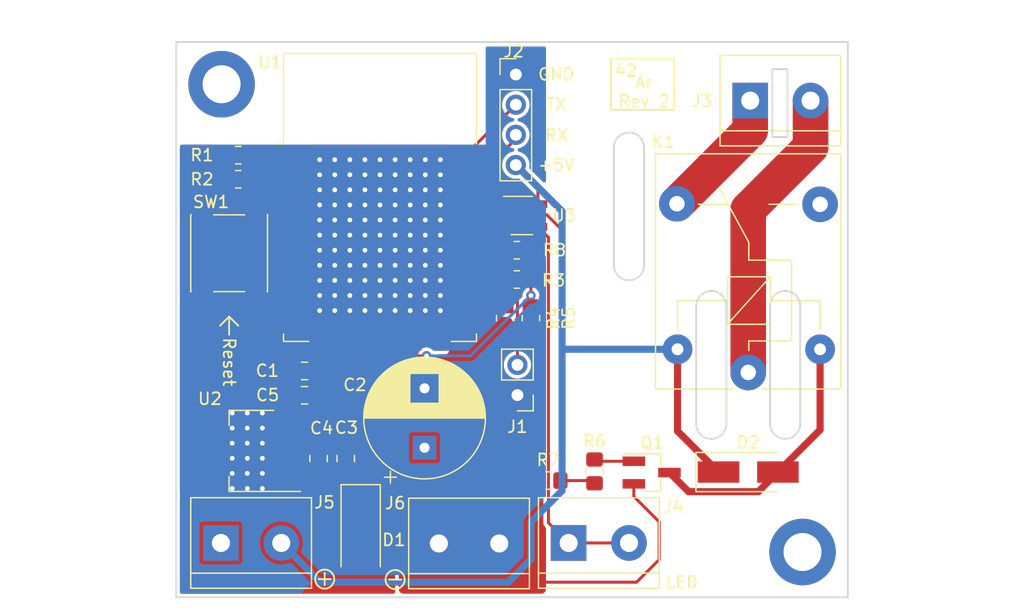
<source format=kicad_pcb>
(kicad_pcb (version 20211014) (generator pcbnew)
  (layers (0 "F.Cu" signal) (31 "B.Cu" signal) (34 "B.Paste" user) (35 "F.Paste" user) (36 "B.SilkS" user "B.Silkscreen") (37 "F.SilkS" user "F.Silkscreen") (38 "B.Mask" user) (39 "F.Mask" user) (44 "Edge.Cuts" user))
  (net 0 "")
  (net 1 "3.3V")
  (net 2 "GND")
  (net 3 "P+5V")
  (net 4 "reset_btn")
  (net 5 "+5V")
  (net 6 "Net-(D2-Pad2)")
  (net 7 "Net-(J1-Pad2)")
  (net 8 "/TX")
  (net 9 "/RX")
  (net 10 "Net-(J3-Pad1)")
  (net 11 "Net-(J3-Pad2)")
  (net 12 "led_out")
  (net 14 "Net-(Q1-Pad1)")
  (net 15 "Net-(R3-Pad1)")
  (net 16 "Net-(R1-Pad2)")
  (net 17 "Net-(R2-Pad2)")
  (net 18 "Net-(R4-Pad1)")
  (net 19 "relay_pin")
  (net 20 "led_pin")
  (footprint "Resistor_SMD:R_0805_2012Metric_Pad1.20x1.40mm_HandSolder" (layer "F.Cu") (at 78.948908 79.712639)
    (fp_text reference "R7" (at -0.022929 -1.734343) (layer "F.SilkS"))
    (fp_text value "10k")
    (pad "1" smd roundrect (at -1 0) (size 1.2 1.4) (layers "F.Cu" "F.Paste" "F.Mask") (roundrect_rratio 0.2083333333) (net 2 "GND"))
    (pad "2" smd roundrect (at 1 0) (size 1.2 1.4) (layers "F.Cu" "F.Paste" "F.Mask") (roundrect_rratio 0.2083333333) (net 19 "relay_pin"))
  )
  (footprint "Capacitor_SMD:C_0805_2012Metric_Pad1.18x1.45mm_HandSolder" (layer "F.Cu") (at 59.59822 77.861224 90)
    (fp_text reference "C4" (at 2.5615 0.254) (layer "F.SilkS"))
    (fp_text value "10u")
    (pad "1" smd roundrect (at -1.0375 0 90) (size 1.175 1.45) (layers "F.Cu" "F.Paste" "F.Mask") (roundrect_rratio 0.2127659574) (net 3 "P+5V"))
    (pad "2" smd roundrect (at 1.0375 0 90) (size 1.175 1.45) (layers "F.Cu" "F.Paste" "F.Mask") (roundrect_rratio 0.2127659574) (net 2 "GND"))
  )
  (footprint "Resistor_SMD:R_0805_2012Metric_Pad1.20x1.40mm_HandSolder" (layer "F.Cu") (at 77.47 66.04 90)
    (fp_text reference "R5" (at 0 3.175 90) (layer "F.SilkS"))
    (fp_text value "10k")
    (pad "1" smd roundrect (at -1 0 90) (size 1.2 1.4) (layers "F.Cu" "F.Paste" "F.Mask") (roundrect_rratio 0.2083333333) (net 7 "Net-(J1-Pad2)"))
    (pad "2" smd roundrect (at 1 0 90) (size 1.2 1.4) (layers "F.Cu" "F.Paste" "F.Mask") (roundrect_rratio 0.2083333333) (net 1 "3.3V"))
  )
  (footprint "Resistor_SMD:R_0805_2012Metric_Pad1.20x1.40mm_HandSolder" (layer "F.Cu") (at 52.832 54.356)
    (fp_text reference "R2" (at -3.048 0) (layer "F.SilkS"))
    (fp_text value "10k")
    (pad "1" smd roundrect (at -1 0) (size 1.2 1.4) (layers "F.Cu" "F.Paste" "F.Mask") (roundrect_rratio 0.2083333333) (net 1 "3.3V"))
    (pad "2" smd roundrect (at 1 0) (size 1.2 1.4) (layers "F.Cu" "F.Paste" "F.Mask") (roundrect_rratio 0.2083333333) (net 17 "Net-(R2-Pad2)"))
  )
  (footprint "Resistor_SMD:R_0805_2012Metric_Pad1.20x1.40mm_HandSolder" (layer "F.Cu") (at 52.832 52.324)
    (fp_text reference "R1" (at -3.048 0) (layer "F.SilkS"))
    (fp_text value "10k")
    (pad "1" smd roundrect (at -1 0) (size 1.2 1.4) (layers "F.Cu" "F.Paste" "F.Mask") (roundrect_rratio 0.2083333333) (net 1 "3.3V"))
    (pad "2" smd roundrect (at 1 0) (size 1.2 1.4) (layers "F.Cu" "F.Paste" "F.Mask") (roundrect_rratio 0.2083333333) (net 16 "Net-(R1-Pad2)"))
  )
  (footprint "Capacitor_SMD:C_0805_2012Metric_Pad1.18x1.45mm_HandSolder" (layer "F.Cu") (at 61.88422 77.861224 90)
    (fp_text reference "C3" (at 2.600238 0.060238) (layer "F.SilkS"))
    (fp_text value "100n")
    (pad "1" smd roundrect (at -1.0375 0 90) (size 1.175 1.45) (layers "F.Cu" "F.Paste" "F.Mask") (roundrect_rratio 0.2127659574) (net 3 "P+5V"))
    (pad "2" smd roundrect (at 1.0375 0 90) (size 1.175 1.45) (layers "F.Cu" "F.Paste" "F.Mask") (roundrect_rratio 0.2127659574) (net 2 "GND"))
  )
  (footprint "Relay_THT:Relay_SPDT_SANYOU_SRD_Series_Form_C" (layer "F.Cu") (at 95.758 70.612 90)
    (fp_text reference "K1" (at 19.412181 -7.138526 180) (layer "F.SilkS"))
    (fp_text value "SANYOU_SRD_Form_C")
    (pad "1" thru_hole circle (at 0 0 180) (size 3 3) (drill 1.3) (layers *.Cu *.Mask) (net 11 "Net-(J3-Pad2)"))
    (pad "2" thru_hole circle (at 1.95 6.05 180) (size 2.5 2.5) (drill 1) (layers *.Cu *.Mask) (net 6 "Net-(D2-Pad2)"))
    (pad "3" thru_hole circle (at 14.15 6.05 180) (size 3 3) (drill 1.3) (layers *.Cu *.Mask))
    (pad "4" thru_hole circle (at 14.2 -6 180) (size 3 3) (drill 1.3) (layers *.Cu *.Mask) (net 10 "Net-(J3-Pad1)"))
    (pad "5" thru_hole circle (at 1.95 -5.95 180) (size 2.5 2.5) (drill 1) (layers *.Cu *.Mask) (net 5 "+5V"))
  )
  (footprint "Capacitor_SMD:C_0805_2012Metric_Pad1.18x1.45mm_HandSolder" (layer "F.Cu") (at 58.42 72.535075)
    (fp_text reference "C5" (at -3.110971 -0.018819) (layer "F.SilkS"))
    (fp_text value "10u")
    (pad "1" smd roundrect (at -1.0375 0) (size 1.175 1.45) (layers "F.Cu" "F.Paste" "F.Mask") (roundrect_rratio 0.2127659574) (net 1 "3.3V"))
    (pad "2" smd roundrect (at 1.0375 0) (size 1.175 1.45) (layers "F.Cu" "F.Paste" "F.Mask") (roundrect_rratio 0.2127659574) (net 2 "GND"))
  )
  (footprint "Resistor_SMD:R_0805_2012Metric_Pad1.20x1.40mm_HandSolder" (layer "F.Cu") (at 76.288403 62.789257)
    (fp_text reference "R3" (at 3.086597 0.075743) (layer "F.SilkS"))
    (fp_text value "10k")
    (pad "1" smd roundrect (at -1 0) (size 1.2 1.4) (layers "F.Cu" "F.Paste" "F.Mask") (roundrect_rratio 0.2083333333) (net 15 "Net-(R3-Pad1)"))
    (pad "2" smd roundrect (at 1 0) (size 1.2 1.4) (layers "F.Cu" "F.Paste" "F.Mask") (roundrect_rratio 0.2083333333) (net 1 "3.3V"))
  )
  (footprint "TerminalBlock:TerminalBlock_bornier-2_P5.08mm" (layer "F.Cu") (at 51.38077 84.963)
    (fp_text reference "J5" (at 8.718091 -3.415515) (layer "F.SilkS"))
    (fp_text value "Screw_Terminal_01x02")
    (pad "1" thru_hole rect (at 0 0) (size 3 3) (drill 1.52) (layers *.Cu *.Mask) (net 5 "+5V"))
    (pad "2" thru_hole circle (at 5.08 0) (size 3 3) (drill 1.52) (layers *.Cu *.Mask) (net 5 "+5V"))
  )
  (footprint "Diode_SMD:D_SMA_Handsoldering" (layer "F.Cu") (at 63.139005 84.455 -90)
    (fp_text reference "D1" (at 0.254 -2.794 180) (layer "F.SilkS"))
    (fp_text value "1N5817")
    (pad "1" smd rect (at -2.5 0 270) (size 3.5 1.8) (layers "F.Cu" "F.Paste" "F.Mask") (net 3 "P+5V"))
    (pad "2" smd rect (at 2.5 0 270) (size 3.5 1.8) (layers "F.Cu" "F.Paste" "F.Mask") (net 5 "+5V"))
  )
  (footprint "TerminalBlock:TerminalBlock_bornier-2_P5.08mm" (layer "F.Cu") (at 80.645 84.963)
    (fp_text reference "J4" (at 8.831677 -3.048) (layer "F.SilkS"))
    (fp_text value "Screw_Terminal_01x02")
    (pad "1" thru_hole rect (at 0 0) (size 3 3) (drill 1.52) (layers *.Cu *.Mask) (net 12 "led_out"))
    (pad "2" thru_hole circle (at 5.08 0) (size 3 3) (drill 1.52) (layers *.Cu *.Mask) (net 12 "led_out"))
  )
  (footprint "TerminalBlock:TerminalBlock_bornier-2_P5.08mm" (layer "F.Cu") (at 95.924777 47.734)
    (fp_text reference "J3" (at -4.064 0.018) (layer "F.SilkS"))
    (fp_text value "Screw_Terminal_01x02")
    (pad "1" thru_hole rect (at 0 0) (size 3 3) (drill 1.52) (layers *.Cu *.Mask) (net 10 "Net-(J3-Pad1)"))
    (pad "2" thru_hole circle (at 5.08 0) (size 3 3) (drill 1.52) (layers *.Cu *.Mask) (net 11 "Net-(J3-Pad2)"))
  )
  (footprint "Package_TO_SOT_SMD:SOT-23_Handsoldering" (layer "F.Cu") (at 87.63 79.037664)
    (fp_text reference "Q1" (at 0.024943 -2.501518) (layer "F.SilkS"))
    (fp_text value "Si2302DS")
    (pad "1" smd rect (at -1.5 -0.95) (size 1.9 0.8) (layers "F.Cu" "F.Paste" "F.Mask") (net 14 "Net-(Q1-Pad1)"))
    (pad "2" smd rect (at -1.5 0.95) (size 1.9 0.8) (layers "F.Cu" "F.Paste" "F.Mask") (net 2 "GND"))
    (pad "3" smd rect (at 1.5 0) (size 1.9 0.8) (layers "F.Cu" "F.Paste" "F.Mask") (net 6 "Net-(D2-Pad2)"))
  )
  (footprint "Resistor_SMD:R_0805_2012Metric_Pad1.20x1.40mm_HandSolder" (layer "F.Cu") (at 76.2829 60.325)
    (fp_text reference "R8" (at 3.175 0) (layer "F.SilkS"))
    (fp_text value "10k")
    (pad "1" smd roundrect (at -1 0) (size 1.2 1.4) (layers "F.Cu" "F.Paste" "F.Mask") (roundrect_rratio 0.2083333333) (net 2 "GND"))
    (pad "2" smd roundrect (at 1 0) (size 1.2 1.4) (layers "F.Cu" "F.Paste" "F.Mask") (roundrect_rratio 0.2083333333) (net 20 "led_pin"))
  )
  (footprint "RF_Module:ESP-12E" (layer "F.Cu") (at 64.77 55.88)
    (fp_text reference "U1" (at -9.27 -11.38) (layer "F.SilkS"))
    (fp_text value "ESP-12F")
    (pad "1" smd rect (at -7.6 -3.5) (size 2.5 1) (layers "F.Cu" "F.Paste" "F.Mask") (net 16 "Net-(R1-Pad2)"))
    (pad "2" smd rect (at -7.6 -1.5) (size 2.5 1) (layers "F.Cu" "F.Paste" "F.Mask"))
    (pad "3" smd rect (at -7.6 0.5) (size 2.5 1) (layers "F.Cu" "F.Paste" "F.Mask") (net 17 "Net-(R2-Pad2)"))
    (pad "4" smd rect (at -7.6 2.5) (size 2.5 1) (layers "F.Cu" "F.Paste" "F.Mask"))
    (pad "5" smd rect (at -7.6 4.5) (size 2.5 1) (layers "F.Cu" "F.Paste" "F.Mask"))
    (pad "6" smd rect (at -7.6 6.5) (size 2.5 1) (layers "F.Cu" "F.Paste" "F.Mask"))
    (pad "7" smd rect (at -7.6 8.5) (size 2.5 1) (layers "F.Cu" "F.Paste" "F.Mask") (net 4 "reset_btn"))
    (pad "8" smd rect (at -7.6 10.5) (size 2.5 1) (layers "F.Cu" "F.Paste" "F.Mask") (net 1 "3.3V"))
    (pad "9" smd rect (at -5 12) (size 1 1.8) (layers "F.Cu" "F.Paste" "F.Mask"))
    (pad "10" smd rect (at -3 12) (size 1 1.8) (layers "F.Cu" "F.Paste" "F.Mask"))
    (pad "11" smd rect (at -1 12) (size 1 1.8) (layers "F.Cu" "F.Paste" "F.Mask"))
    (pad "12" smd rect (at 1 12) (size 1 1.8) (layers "F.Cu" "F.Paste" "F.Mask"))
    (pad "13" smd rect (at 3 12) (size 1 1.8) (layers "F.Cu" "F.Paste" "F.Mask"))
    (pad "14" smd rect (at 5 12) (size 1 1.8) (layers "F.Cu" "F.Paste" "F.Mask"))
    (pad "15" smd rect (at 7.6 10.5) (size 2.5 1) (layers "F.Cu" "F.Paste" "F.Mask") (net 2 "GND"))
    (pad "16" smd rect (at 7.6 8.5) (size 2.5 1) (layers "F.Cu" "F.Paste" "F.Mask") (net 18 "Net-(R4-Pad1)"))
    (pad "17" smd rect (at 7.6 6.5) (size 2.5 1) (layers "F.Cu" "F.Paste" "F.Mask") (net 15 "Net-(R3-Pad1)"))
    (pad "18" smd rect (at 7.6 4.5) (size 2.5 1) (layers "F.Cu" "F.Paste" "F.Mask") (net 7 "Net-(J1-Pad2)"))
    (pad "19" smd rect (at 7.6 2.5) (size 2.5 1) (layers "F.Cu" "F.Paste" "F.Mask") (net 20 "led_pin"))
    (pad "20" smd rect (at 7.6 0.5) (size 2.5 1) (layers "F.Cu" "F.Paste" "F.Mask") (net 19 "relay_pin"))
    (pad "21" smd rect (at 7.6 -1.5) (size 2.5 1) (layers "F.Cu" "F.Paste" "F.Mask") (net 9 "/RX"))
    (pad "22" smd rect (at 7.6 -3.5) (size 2.5 1) (layers "F.Cu" "F.Paste" "F.Mask") (net 8 "/TX"))
    (zone (net 0) (net_name "") (layers *.Cu) (connect_pads (clearance 0)) (min_thickness 0.254)
      (keepout (tracks not_allowed) (vias not_allowed) (pads not_allowed) (copperpour not_allowed) (footprints not_allowed))
      (fill (thermal_gap 0.508) (thermal_bridge_width 0.508))
      (polygon (pts (xy 56.65 51.08) (xy 72.89 51.08) (xy 72.89 43.76) (xy 56.65 43.76)))
    )
  )
  (footprint "Connector_PinHeader_2.54mm:PinHeader_1x02_P2.54mm_Vertical" (layer "F.Cu") (at 76.334298 72.51765 180)
    (fp_text reference "J1" (at 0.004755 -2.667238) (layer "F.SilkS"))
    (fp_text value "Conn_01x02_Male")
    (pad "1" thru_hole rect (at 0 0 180) (size 1.7 1.7) (drill 1) (layers *.Cu *.Mask) (net 2 "GND"))
    (pad "2" thru_hole oval (at 0 2.54 180) (size 1.7 1.7) (drill 1) (layers *.Cu *.Mask) (net 7 "Net-(J1-Pad2)"))
  )
  (footprint "Package_TO_SOT_SMD:SOT-23-5_HandSoldering" (layer "F.Cu") (at 76.708 57.404)
    (fp_text reference "U3" (at 3.556 0) (layer "F.SilkS"))
    (fp_text value "SN74LVC1G17DBVR")
    (pad "1" smd rect (at -1.35 -0.95) (size 1.56 0.65) (layers "F.Cu" "F.Paste" "F.Mask"))
    (pad "2" smd rect (at -1.35 0) (size 1.56 0.65) (layers "F.Cu" "F.Paste" "F.Mask") (net 20 "led_pin"))
    (pad "3" smd rect (at -1.35 0.95) (size 1.56 0.65) (layers "F.Cu" "F.Paste" "F.Mask") (net 2 "GND"))
    (pad "4" smd rect (at 1.35 0.95) (size 1.56 0.65) (layers "F.Cu" "F.Paste" "F.Mask") (net 12 "led_out"))
    (pad "5" smd rect (at 1.35 -0.95) (size 1.56 0.65) (layers "F.Cu" "F.Paste" "F.Mask") (net 5 "+5V"))
  )
  (footprint "Resistor_SMD:R_0805_2012Metric_Pad1.20x1.40mm_HandSolder" (layer "F.Cu") (at 82.825245 78.939009 -90)
    (fp_text reference "R6" (at -2.54 0 180) (layer "F.SilkS"))
    (fp_text value "10k")
    (pad "1" smd roundrect (at -1 0 270) (size 1.2 1.4) (layers "F.Cu" "F.Paste" "F.Mask") (roundrect_rratio 0.2083333333) (net 14 "Net-(Q1-Pad1)"))
    (pad "2" smd roundrect (at 1 0 270) (size 1.2 1.4) (layers "F.Cu" "F.Paste" "F.Mask") (roundrect_rratio 0.2083333333) (net 19 "relay_pin"))
  )
  (footprint "Capacitor_THT:CP_Radial_D10.0mm_P5.00mm" (layer "F.Cu") (at 68.518006 76.94918 90)
    (fp_text reference "C2" (at 5.290361 -5.862061 180) (layer "F.SilkS"))
    (fp_text value "3.3m")
    (pad "1" thru_hole rect (at 0 0 90) (size 2 2) (drill 0.85) (layers *.Cu *.Mask) (net 3 "P+5V"))
    (pad "2" thru_hole circle (at 5 0 90) (size 2 2) (drill 0.85) (layers *.Cu *.Mask) (net 2 "GND"))
  )
  (footprint "TerminalBlock:TerminalBlock_bornier-2_P5.08mm" (layer "F.Cu") (at 69.723 85.004218)
    (fp_text reference "J6" (at -3.674365 -3.396072) (layer "F.SilkS"))
    (fp_text value "Screw_Terminal_01x02")
    (pad "1" thru_hole rect (at 0 0) (size 3 3) (drill 1.52) (layers *.Cu *.Mask) (net 2 "GND"))
    (pad "2" thru_hole circle (at 5.08 0) (size 3 3) (drill 1.52) (layers *.Cu *.Mask) (net 2 "GND"))
  )
  (footprint "Capacitor_SMD:C_0805_2012Metric_Pad1.18x1.45mm_HandSolder" (layer "F.Cu") (at 58.42 70.485)
    (fp_text reference "C1" (at -3.132471 -0.018819) (layer "F.SilkS"))
    (fp_text value "100n")
    (pad "1" smd roundrect (at -1.0375 0) (size 1.175 1.45) (layers "F.Cu" "F.Paste" "F.Mask") (roundrect_rratio 0.2127659574) (net 1 "3.3V"))
    (pad "2" smd roundrect (at 1.0375 0) (size 1.175 1.45) (layers "F.Cu" "F.Paste" "F.Mask") (roundrect_rratio 0.2127659574) (net 2 "GND"))
  )
  (footprint "Diode_SMD:D_SMA_Handsoldering" (layer "F.Cu") (at 95.758 78.994)
    (fp_text reference "D2" (at 0 -2.5) (layer "F.SilkS"))
    (fp_text value "1N5817")
    (pad "1" smd rect (at -2.5 0) (size 3.5 1.8) (layers "F.Cu" "F.Paste" "F.Mask") (net 5 "+5V"))
    (pad "2" smd rect (at 2.5 0) (size 3.5 1.8) (layers "F.Cu" "F.Paste" "F.Mask") (net 6 "Net-(D2-Pad2)"))
  )
  (footprint "Connector_PinHeader_2.54mm:PinHeader_1x04_P2.54mm_Vertical" (layer "F.Cu") (at 76.2 45.536)
    (fp_text reference "J2" (at -0.180396 -1.952637) (layer "F.SilkS"))
    (fp_text value "Conn_01x04_Male")
    (pad "1" thru_hole rect (at 0 0) (size 1.7 1.7) (drill 1) (layers *.Cu *.Mask) (net 2 "GND"))
    (pad "2" thru_hole oval (at 0 2.54) (size 1.7 1.7) (drill 1) (layers *.Cu *.Mask) (net 8 "/TX"))
    (pad "3" thru_hole oval (at 0 5.08) (size 1.7 1.7) (drill 1) (layers *.Cu *.Mask) (net 9 "/RX"))
    (pad "4" thru_hole oval (at 0 7.62) (size 1.7 1.7) (drill 1) (layers *.Cu *.Mask) (net 5 "+5V"))
  )
  (footprint "MountingHole:MountingHole_3.2mm_M3_DIN965_Pad_TopBottom" (layer "F.Cu") (at 51.435 46.355)
    (fp_text reference "H1" hide)
    (fp_text value "MountingHole_3.2mm_M3_DIN965_Pad_TopBottom")
    (pad "1" connect circle (at 0 0) (size 5.6 5.6) (layers "F.Cu" "F.Mask"))
    (pad "1" connect circle (at 0 0) (size 5.6 5.6) (layers "B.Cu" "B.Mask"))
    (pad "1" thru_hole circle (at 0 0) (size 3.6 3.6) (drill 3.2) (layers *.Cu *.Mask))
  )
  (footprint "MountingHole:MountingHole_3.2mm_M3_DIN965_Pad_TopBottom" (layer "F.Cu") (at 100.33 85.725)
    (fp_text reference "H2" hide)
    (fp_text value "MountingHole_3.2mm_M3_DIN965_Pad_TopBottom")
    (pad "1" connect circle (at 0 0) (size 5.6 5.6) (layers "B.Cu" "B.Mask"))
    (pad "1" connect circle (at 0 0) (size 5.6 5.6) (layers "F.Cu" "F.Mask"))
    (pad "1" thru_hole circle (at 0 0) (size 3.6 3.6) (drill 3.2) (layers *.Cu *.Mask))
  )
  (footprint "Package_TO_SOT_SMD:SOT-223" (layer "F.Cu") (at 53.975 77.216 180)
    (fp_text reference "U2" (at 3.52325 4.38765) (layer "F.SilkS"))
    (fp_text value "MCP1825S-3302EDB")
    (pad "1" smd rect (at -3.15 -2.3 180) (size 2 1.5) (layers "F.Cu" "F.Paste" "F.Mask") (net 3 "P+5V"))
    (pad "2" smd rect (at -3.15 0 180) (size 2 1.5) (layers "F.Cu" "F.Paste" "F.Mask") (net 2 "GND"))
    (pad "3" smd rect (at -3.15 2.3 180) (size 2 1.5) (layers "F.Cu" "F.Paste" "F.Mask") (net 1 "3.3V"))
    (pad "4" smd rect (at 3.15 0 180) (size 2 3.8) (layers "F.Cu" "F.Paste" "F.Mask") (net 2 "GND"))
  )
  (footprint "Button_Switch_SMD:SW_Push_1P1T_NO_6x6mm_H9.5mm" (layer "F.Cu") (at 52.07 60.579 -90)
    (fp_text reference "SW1" (at -4.318 1.524 180) (layer "F.SilkS"))
    (fp_text value "SW_SPST")
    (pad "1" smd rect (at -2.451 -2.25 270) (size 1.55 1.3) (layers "F.Cu" "F.Paste" "F.Mask") (net 4 "reset_btn"))
    (pad "1" smd rect (at 5.499 -2.25 270) (size 1.55 1.3) (layers "F.Cu" "F.Paste" "F.Mask") (net 4 "reset_btn"))
    (pad "2" smd rect (at -2.451 2.25 270) (size 1.55 1.3) (layers "F.Cu" "F.Paste" "F.Mask") (net 2 "GND"))
    (pad "2" smd rect (at 5.499 2.25 270) (size 1.55 1.3) (layers "F.Cu" "F.Paste" "F.Mask") (net 2 "GND"))
  )
  (footprint "Resistor_SMD:R_0805_2012Metric_Pad1.20x1.40mm_HandSolder" (layer "F.Cu") (at 75.306035 66.04 -90)
    (fp_text reference "R4" (at 0 -4.068965 90) (layer "F.SilkS"))
    (fp_text value "10k")
    (pad "1" smd roundrect (at -1 0 270) (size 1.2 1.4) (layers "F.Cu" "F.Paste" "F.Mask") (roundrect_rratio 0.2083333333) (net 18 "Net-(R4-Pad1)"))
    (pad "2" smd roundrect (at 1 0 270) (size 1.2 1.4) (layers "F.Cu" "F.Paste" "F.Mask") (roundrect_rratio 0.2083333333) (net 2 "GND"))
  )
  (gr_line (start 51.308 66.675) (end 52.07 65.913) (layer "F.SilkS") (width 0.15))
  (gr_circle (center 60.113655 88.003928) (end 60.875655 88.257928) (layer "F.SilkS") (width 0.15) (fill none))
  (gr_line (start 60.113655 88.511928) (end 60.113655 87.495928) (layer "F.SilkS") (width 0.15))
  (gr_rect (start 84.201 44.196) (end 89.535 48.514) (layer "F.SilkS") (width 0.15) (fill none))
  (gr_line (start 52.07 65.913) (end 52.832 66.675) (layer "F.SilkS") (width 0.15))
  (gr_line (start 65.532 88.041851) (end 66.548 88.041851) (layer "F.SilkS") (width 0.15))
  (gr_circle (center 66.04 88.041851) (end 66.802 88.295851) (layer "F.SilkS") (width 0.15) (fill none))
  (gr_line (start 59.605655 88.003928) (end 60.621655 88.003928) (layer "F.SilkS") (width 0.15))
  (gr_line (start 52.07 65.913) (end 52.07 67.437) (layer "F.SilkS") (width 0.15))
  (gr_arc (start 97.596167 65.024) (mid 98.866167 63.754) (end 100.136167 65.024) (layer "Edge.Cuts") (width 0.15))
  (gr_arc (start 91.381566 65.024) (mid 92.651566 63.754) (end 93.921566 65.024) (layer "Edge.Cuts") (width 0.15))
  (gr_rect (start 97.79 45.085) (end 99.06 50.8) (layer "Edge.Cuts") (width 0.15) (fill none))
  (gr_line (start 100.136167 65.024) (end 100.136167 74.93) (layer "Edge.Cuts") (width 0.15))
  (gr_line (start 97.596167 65.024) (end 97.596167 74.93) (layer "Edge.Cuts") (width 0.15))
  (gr_arc (start 100.136167 74.93) (mid 98.866167 76.2) (end 97.596167 74.93) (layer "Edge.Cuts") (width 0.15))
  (gr_arc (start 93.921566 74.93) (mid 92.651566 76.2) (end 91.381566 74.93) (layer "Edge.Cuts") (width 0.15))
  (gr_line (start 86.995 51.689) (end 86.995 61.595) (layer "Edge.Cuts") (width 0.15))
  (gr_arc (start 86.995 61.595) (mid 85.725 62.865) (end 84.455 61.595) (layer "Edge.Cuts") (width 0.15))
  (gr_line (start 93.921566 65.024) (end 93.921566 74.93) (layer "Edge.Cuts") (width 0.15))
  (gr_line (start 91.381566 65.024) (end 91.381566 74.93) (layer "Edge.Cuts") (width 0.15))
  (gr_arc (start 84.455 51.689) (mid 85.725 50.419) (end 86.995 51.689) (layer "Edge.Cuts") (width 0.15))
  (gr_rect (start 47.625 42.80114) (end 104.14 89.535) (layer "Edge.Cuts") (width 0.15) (fill none))
  (gr_line (start 84.455 51.689) (end 84.455 61.595) (layer "Edge.Cuts") (width 0.15))
  (gr_text "LED" (at 90.17 88.265) (layer "F.SilkS") (effects (font (size 1 1))))
  (gr_text "RX" (at 78.553278 50.646) (layer "F.SilkS") (effects (font (size 1 1)) (justify left)))
  (gr_text "42" (at 85.471 45.212) (layer "F.SilkS") (effects (font (size 1 1))))
  (gr_text "Reset" (at 52.07 69.723 270) (layer "F.SilkS") (effects (font (size 1 1))))
  (gr_text "Ar\nRev 2" (at 86.995 46.99) (layer "F.SilkS") (effects (font (size 1 1))))
  (gr_text "TX" (at 78.630633 48.04438) (layer "F.SilkS") (effects (font (size 1 1)) (justify left)))
  (gr_text "+5V" (at 77.978 53.146) (layer "F.SilkS") (effects (font (size 1 1)) (justify left)))
  (gr_text "GND" (at 77.978 45.526) (layer "F.SilkS") (effects (font (size 1 1)) (justify left)))
  (segment (start 68.683782 69.213804) (end 57.786196 69.213804) (width 0.25) (layer "F.Cu") (net 1))
  (segment (start 53.477 67.31) (end 53.34 67.173) (width 0.25) (layer "F.Cu") (net 1))
  (segment (start 77.47 62.970854) (end 77.288403 62.789257) (width 0.25) (layer "F.Cu") (net 1))
  (segment (start 51.832 52.324) (end 51.832 54.356) (width 0.25) (layer "F.Cu") (net 1))
  (segment (start 53.34 55.864) (end 51.832 54.356) (width 0.25) (layer "F.Cu") (net 1))
  (segment (start 77.47 65.04) (end 77.47 62.970854) (width 0.25) (layer "F.Cu") (net 1))
  (segment (start 56.515 67.31) (end 53.477 67.31) (width 0.25) (layer "F.Cu") (net 1))
  (segment (start 53.34 67.173) (end 53.34 55.864) (width 0.25) (layer "F.Cu") (net 1))
  (segment (start 57.786196 69.213804) (end 57.785 69.215) (width 0.25) (layer "F.Cu") (net 1))
  (via (at 77.47 64.135) (size 0.8) (drill 0.4) (layers "F.Cu" "B.Cu") (net 1))
  (via (at 68.683782 69.213804) (size 0.8) (drill 0.4) (layers "F.Cu" "B.Cu") (net 1))
  (segment (start 72.391196 69.213804) (end 77.47 64.135) (width 0.25) (layer "B.Cu") (net 1))
  (segment (start 68.683782 69.213804) (end 72.391196 69.213804) (width 0.25) (layer "B.Cu") (net 1))
  (segment (start 75.2829 60.325) (end 74.3379 59.38) (width 0.6) (layer "F.Cu") (net 2))
  (segment (start 86.36 88.265) (end 78.105 88.265) (width 0.25) (layer "F.Cu") (net 2))
  (segment (start 88.265 83.185) (end 88.265 85.725) (width 0.25) (layer "F.Cu") (net 2))
  (segment (start 88.265 86.36) (end 86.36 88.265) (width 0.25) (layer "F.Cu") (net 2))
  (segment (start 88.265 85.725) (end 88.265 86.36) (width 0.25) (layer "F.Cu") (net 2))
  (segment (start 70.175 59.38) (end 69.85 59.055) (width 0.6) (layer "F.Cu") (net 2))
  (segment (start 86.13 79.987664) (end 86.13 81.05) (width 0.25) (layer "F.Cu") (net 2))
  (segment (start 74.3379 59.38) (end 70.175 59.38) (width 0.6) (layer "F.Cu") (net 2))
  (segment (start 72.37 66.38) (end 74.27 66.38) (width 0.25) (layer "F.Cu") (net 2))
  (segment (start 86.13 81.05) (end 88.265 83.185) (width 0.25) (layer "F.Cu") (net 2))
  (segment (start 74.27 66.38) (end 74.93 67.04) (width 0.25) (layer "F.Cu") (net 2))
  (via (at 64.77 52.705) (size 0.8) (drill 0.4) (layers "F.Cu" "B.Cu") (net 2))
  (via (at 59.69 53.975) (size 0.8) (drill 0.4) (layers "F.Cu" "B.Cu") (net 2))
  (via (at 54.868964 77.837761) (size 0.8) (drill 0.4) (layers "F.Cu" "B.Cu") (net 2))
  (via (at 68.58 56.515) (size 0.8) (drill 0.4) (layers "F.Cu" "B.Cu") (net 2))
  (via (at 63.5 55.245) (size 0.8) (drill 0.4) (layers "F.Cu" "B.Cu") (net 2))
  (via (at 68.58 61.595) (size 0.8) (drill 0.4) (layers "F.Cu" "B.Cu") (net 2))
  (via (at 68.58 65.405) (size 0.8) (drill 0.4) (layers "F.Cu" "B.Cu") (net 2))
  (via (at 54.868964 76.567761) (size 0.8) (drill 0.4) (layers "F.Cu" "B.Cu") (net 2))
  (via (at 69.85 55.245) (size 0.8) (drill 0.4) (layers "F.Cu" "B.Cu") (net 2))
  (via (at 59.69 62.865) (size 0.8) (drill 0.4) (layers "F.Cu" "B.Cu") (net 2))
  (via (at 63.5 65.405) (size 0.8) (drill 0.4) (layers "F.Cu" "B.Cu") (net 2))
  (via (at 54.868964 75.297761) (size 0.8) (drill 0.4) (layers "F.Cu" "B.Cu") (net 2))
  (via (at 54.868964 80.377761) (size 0.8) (drill 0.4) (layers "F.Cu" "B.Cu") (net 2))
  (via (at 67.31 60.325) (size 0.8) (drill 0.4) (layers "F.Cu" "B.Cu") (net 2))
  (via (at 67.31 53.975) (size 0.8) (drill 0.4) (layers "F.Cu" "B.Cu") (net 2))
  (via (at 62.23 52.705) (size 0.8) (drill 0.4) (layers "F.Cu" "B.Cu") (net 2))
  (via (at 69.85 64.135) (size 0.8) (drill 0.4) (layers "F.Cu" "B.Cu") (net 2))
  (via (at 62.23 56.515) (size 0.8) (drill 0.4) (layers "F.Cu" "B.Cu") (net 2))
  (via (at 53.598964 79.107761) (size 0.8) (drill 0.4) (layers "F.Cu" "B.Cu") (net 2))
  (via (at 60.96 64.135) (size 0.8) (drill 0.4) (layers "F.Cu" "B.Cu") (net 2))
  (via (at 62.23 65.405) (size 0.8) (drill 0.4) (layers "F.Cu" "B.Cu") (net 2))
  (via (at 53.598964 80.377761) (size 0.8) (drill 0.4) (layers "F.Cu" "B.Cu") (net 2))
  (via (at 66.04 65.405) (size 0.8) (drill 0.4) (layers "F.Cu" "B.Cu") (net 2))
  (via (at 68.58 60.325) (size 0.8) (drill 0.4) (layers "F.Cu" "B.Cu") (net 2))
  (via (at 64.77 59.055) (size 0.8) (drill 0.4) (layers "F.Cu" "B.Cu") (net 2))
  (via (at 52.328964 75.297761) (size 0.8) (drill 0.4) (layers "F.Cu" "B.Cu") (net 2))
  (via (at 68.58 59.055) (size 0.8) (drill 0.4) (layers "F.Cu" "B.Cu") (net 2))
  (via (at 66.04 59.055) (size 0.8) (drill 0.4) (layers "F.Cu" "B.Cu") (net 2))
  (via (at 64.77 55.245) (size 0.8) (drill 0.4) (layers "F.Cu" "B.Cu") (net 2))
  (via (at 63.5 61.595) (size 0.8) (drill 0.4) (layers "F.Cu" "B.Cu") (net 2))
  (via (at 66.04 53.975) (size 0.8) (drill 0.4) (layers "F.Cu" "B.Cu") (net 2))
  (via (at 59.69 59.055) (size 0.8) (drill 0.4) (layers "F.Cu" "B.Cu") (net 2))
  (via (at 66.04 52.705) (size 0.8) (drill 0.4) (layers "F.Cu" "B.Cu") (net 2))
  (via (at 67.31 56.515) (size 0.8) (drill 0.4) (layers "F.Cu" "B.Cu") (net 2))
  (via (at 52.328964 76.567761) (size 0.8) (drill 0.4) (layers "F.Cu" "B.Cu") (net 2))
  (via (at 68.58 57.785) (size 0.8) (drill 0.4) (layers "F.Cu" "B.Cu") (net 2))
  (via (at 64.77 64.135) (size 0.8) (drill 0.4) (layers "F.Cu" "B.Cu") (net 2))
  (via (at 67.31 52.705) (size 0.8) (drill 0.4) (layers "F.Cu" "B.Cu") (net 2))
  (via (at 53.598964 75.297761) (size 0.8) (drill 0.4) (layers "F.Cu" "B.Cu") (net 2))
  (via (at 69.85 62.865) (size 0.8) (drill 0.4) (layers "F.Cu" "B.Cu") (net 2))
  (via (at 60.96 59.055) (size 0.8) (drill 0.4) (layers "F.Cu" "B.Cu") (net 2))
  (via (at 67.31 61.595) (size 0.8) (drill 0.4) (layers "F.Cu" "B.Cu") (net 2))
  (via (at 68.58 53.975) (size 0.8) (drill 0.4) (layers "F.Cu" "B.Cu") (net 2))
  (via (at 59.69 60.325) (size 0.8) (drill 0.4) (layers "F.Cu" "B.Cu") (net 2))
  (via (at 59.69 64.135) (size 0.8) (drill 0.4) (layers "F.Cu" "B.Cu") (net 2))
  (via (at 64.77 56.515) (size 0.8) (drill 0.4) (layers "F.Cu" "B.Cu") (net 2))
  (via (at 69.85 59.055) (size 0.8) (drill 0.4) (layers "F.Cu" "B.Cu") (net 2))
  (via (at 64.77 57.785) (size 0.8) (drill 0.4) (layers "F.Cu" "B.Cu") (net 2))
  (via (at 60.96 60.325) (size 0.8) (drill 0.4) (layers "F.Cu" "B.Cu") (net 2))
  (via (at 63.5 56.515) (size 0.8) (drill 0.4) (layers "F.Cu" "B.Cu") (net 2))
  (via (at 64.77 62.865) (size 0.8) (drill 0.4) (layers "F.Cu" "B.Cu") (net 2))
  (via (at 63.5 53.975) (size 0.8) (drill 0.4) (layers "F.Cu" "B.Cu") (net 2))
  (via (at 59.69 55.245) (size 0.8) (drill 0.4) (layers "F.Cu" "B.Cu") (net 2))
  (via (at 66.04 62.865) (size 0.8) (drill 0.4) (layers "F.Cu" "B.Cu") (net 2))
  (via (at 66.04 64.135) (size 0.8) (drill 0.4) (layers "F.Cu" "B.Cu") (net 2))
  (via (at 63.5 59.055) (size 0.8) (drill 0.4) (layers "F.Cu" "B.Cu") (net 2))
  (via (at 66.04 55.245) (size 0.8) (drill 0.4) (layers "F.Cu" "B.Cu") (net 2))
  (via (at 59.69 65.405) (size 0.8) (drill 0.4) (layers "F.Cu" "B.Cu") (net 2))
  (via (at 67.31 55.245) (size 0.8) (drill 0.4) (layers "F.Cu" "B.Cu") (net 2))
  (via (at 60.96 55.245) (size 0.8) (drill 0.4) (layers "F.Cu" "B.Cu") (net 2))
  (via (at 63.5 62.865) (size 0.8) (drill 0.4) (layers "F.Cu" "B.Cu") (net 2))
  (via (at 62.23 59.055) (size 0.8) (drill 0.4) (layers "F.Cu" "B.Cu") (net 2))
  (via (at 62.23 64.135) (size 0.8) (drill 0.4) (layers "F.Cu" "B.Cu") (net 2))
  (via (at 53.598964 76.567761) (size 0.8) (drill 0.4) (layers "F.Cu" "B.Cu") (net 2))
  (via (at 54.868964 74.027761) (size 0.8) (drill 0.4) (layers "F.Cu" "B.Cu") (net 2))
  (via (at 66.04 61.595) (size 0.8) (drill 0.4) (layers "F.Cu" "B.Cu") (net 2))
  (via (at 60.96 65.405) (size 0.8) (drill 0.4) (layers "F.Cu" "B.Cu") (net 2))
  (via (at 62.23 55.245) (size 0.8) (drill 0.4) (layers "F.Cu" "B.Cu") (net 2))
  (via (at 62.23 60.325) (size 0.8) (drill 0.4) (layers "F.Cu" "B.Cu") (net 2))
  (via (at 64.77 53.975) (size 0.8) (drill 0.4) (layers "F.Cu" "B.Cu") (net 2))
  (via (at 60.96 52.705) (size 0.8) (drill 0.4) (layers "F.Cu" "B.Cu") (net 2))
  (via (at 67.31 57.785) (size 0.8) (drill 0.4) (layers "F.Cu" "B.Cu") (net 2))
  (via (at 63.5 52.705) (size 0.8) (drill 0.4) (layers "F.Cu" "B.Cu") (net 2))
  (via (at 64.77 61.595) (size 0.8) (drill 0.4) (layers "F.Cu" "B.Cu") (net 2))
  (via (at 52.328964 77.837761) (size 0.8) (drill 0.4) (layers "F.Cu" "B.Cu") (net 2))
  (via (at 60.96 62.865) (size 0.8) (drill 0.4) (layers "F.Cu" "B.Cu") (net 2))
  (via (at 62.23 53.975) (size 0.8) (drill 0.4) (layers "F.Cu" "B.Cu") (net 2))
  (via (at 68.58 55.245) (size 0.8) (drill 0.4) (layers "F.Cu" "B.Cu") (net 2))
  (via (at 67.31 64.135) (size 0.8) (drill 0.4) (layers "F.Cu" "B.Cu") (net 2))
  (via (at 69.85 60.325) (size 0.8) (drill 0.4) (layers "F.Cu" "B.Cu") (net 2))
  (via (at 67.31 62.865) (size 0.8) (drill 0.4) (layers "F.Cu" "B.Cu") (net 2))
  (via (at 62.23 61.595) (size 0.8) (drill 0.4) (layers "F.Cu" "B.Cu") (net 2))
  (via (at 63.5 64.135) (size 0.8) (drill 0.4) (layers "F.Cu" "B.Cu") (net 2))
  (via (at 53.598964 74.027761) (size 0.8) (drill 0.4) (layers "F.Cu" "B.Cu") (net 2))
  (via (at 52.328964 79.107761) (size 0.8) (drill 0.4) (layers "F.Cu" "B.Cu") (net 2))
  (via (at 69.85 53.975) (size 0.8) (drill 0.4) (layers "F.Cu" "B.Cu") (net 2))
  (via (at 66.04 56.515) (size 0.8) (drill 0.4) (layers "F.Cu" "B.Cu") (net 2))
  (via (at 54.868964 79.107761) (size 0.8) (drill 0.4) (layers "F.Cu" "B.Cu") (net 2))
  (via (at 60.96 61.595) (size 0.8) (drill 0.4) (layers "F.Cu" "B.Cu") (net 2))
  (via (at 68.58 52.705) (size 0.8) (drill 0.4) (layers "F.Cu" "B.Cu") (net 2))
  (via (at 60.96 53.975) (size 0.8) (drill 0.4) (layers "F.Cu" "B.Cu") (net 2))
  (via (at 63.5 60.325) (size 0.8) (drill 0.4) (layers "F.Cu" "B.Cu") (net 2))
  (via (at 52.328964 74.027761) (size 0.8) (drill 0.4) (layers "F.Cu" "B.Cu") (net 2))
  (via (at 66.04 57.785) (size 0.8) (drill 0.4) (layers "F.Cu" "B.Cu") (net 2))
  (via (at 69.85 61.595) (size 0.8) (drill 0.4) (layers "F.Cu" "B.Cu") (net 2))
  (via (at 59.69 52.705) (size 0.8) (drill 0.4) (layers "F.Cu" "B.Cu") (net 2))
  (via (at 69.85 65.405) (size 0.8) (drill 0.4) (layers "F.Cu" "B.Cu") (net 2))
  (via (at 62.23 62.865) (size 0.8) (drill 0.4) (layers "F.Cu" "B.Cu") (net 2))
  (via (at 69.85 57.785) (size 0.8) (drill 0.4) (layers "F.Cu" "B.Cu") (net 2))
  (via (at 59.69 61.595) (size 0.8) (drill 0.4) (layers "F.Cu" "B.Cu") (net 2))
  (via (at 62.23 57.785) (size 0.8) (drill 0.4) (layers "F.Cu" "B.Cu") (net 2))
  (via (at 63.5 57.785) (size 0.8) (drill 0.4) (layers "F.Cu" "B.Cu") (net 2))
  (via (at 59.69 56.515) (size 0.8) (drill 0.4) (layers "F.Cu" "B.Cu") (net 2))
  (via (at 59.69 57.785) (size 0.8) (drill 0.4) (layers "F.Cu" "B.Cu") (net 2))
  (via (at 68.58 62.865) (size 0.8) (drill 0.4) (layers "F.Cu" "B.Cu") (net 2))
  (via (at 64.77 60.325) (size 0.8) (drill 0.4) (layers "F.Cu" "B.Cu") (net 2))
  (via (at 53.598964 77.837761) (size 0.8) (drill 0.4) (layers "F.Cu" "B.Cu") (net 2))
  (via (at 60.96 57.785) (size 0.8) (drill 0.4) (layers "F.Cu" "B.Cu") (net 2))
  (via (at 60.96 56.515) (size 0.8) (drill 0.4) (layers "F.Cu" "B.Cu") (net 2))
  (via (at 69.85 52.705) (size 0.8) (drill 0.4) (layers "F.Cu" "B.Cu") (net 2))
  (via (at 68.58 64.135) (size 0.8) (drill 0.4) (layers "F.Cu" "B.Cu") (net 2))
  (via (at 69.85 56.515) (size 0.8) (drill 0.4) (layers "F.Cu" "B.Cu") (net 2))
  (via (at 66.04 60.325) (size 0.8) (drill 0.4) (layers "F.Cu" "B.Cu") (net 2))
  (via (at 64.77 65.405) (size 0.8) (drill 0.4) (layers "F.Cu" "B.Cu") (net 2))
  (via (at 67.31 65.405) (size 0.8) (drill 0.4) (layers "F.Cu" "B.Cu") (net 2))
  (via (at 52.328964 80.377761) (size 0.8) (drill 0.4) (layers "F.Cu" "B.Cu") (net 2))
  (via (at 67.31 59.055) (size 0.8) (drill 0.4) (layers "F.Cu" "B.Cu") (net 2))
  (segment (start 57.17 64.38) (end 54.365 64.38) (width 0.25) (layer "F.Cu") (net 4))
  (segment (start 54.32 58.128) (end 54.32 64.425) (width 0.25) (layer "F.Cu") (net 4))
  (segment (start 54.32 64.425) (end 54.32 66.078) (width 0.25) (layer "F.Cu") (net 4))
  (segment (start 54.365 64.38) (end 54.32 64.425) (width 0.25) (layer "F.Cu") (net 4))
  (segment (start 76.2 53.156) (end 78.058 55.014) (width 0.25) (layer "F.Cu") (net 5))
  (segment (start 89.808 75.544) (end 93.258 78.994) (width 0.6) (layer "F.Cu") (net 5))
  (segment (start 78.058 55.014) (end 78.058 56.454) (width 0.25) (layer "F.Cu") (net 5))
  (segment (start 89.808 68.662) (end 89.808 75.544) (width 0.6) (layer "F.Cu") (net 5))
  (segment (start 75.565 88.265) (end 77.47 86.36) (width 0.6) (layer "B.Cu") (net 5))
  (segment (start 80.092 57.048) (end 76.2 53.156) (width 0.6) (layer "B.Cu") (net 5))
  (segment (start 59.76277 88.265) (end 75.565 88.265) (width 0.6) (layer "B.Cu") (net 5))
  (segment (start 89.808 68.662) (end 80.092 68.662) (width 0.6) (layer "B.Cu") (net 5))
  (segment (start 80.092 80.563) (end 80.092 68.662) (width 0.6) (layer "B.Cu") (net 5))
  (segment (start 80.092 68.662) (end 80.092 57.048) (width 0.6) (layer "B.Cu") (net 5))
  (segment (start 56.46077 84.963) (end 59.76277 88.265) (width 0.6) (layer "B.Cu") (net 5))
  (segment (start 77.47 83.185) (end 80.092 80.563) (width 0.6) (layer "B.Cu") (net 5))
  (segment (start 77.47 86.36) (end 77.47 83.185) (width 0.6) (layer "B.Cu") (net 5))
  (segment (start 96.607 80.645) (end 90.737336 80.645) (width 0.6) (layer "F.Cu") (net 6))
  (segment (start 101.808 75.444) (end 98.258 78.994) (width 0.6) (layer "F.Cu") (net 6))
  (segment (start 90.737336 80.645) (end 89.13 79.037664) (width 0.6) (layer "F.Cu") (net 6))
  (segment (start 101.808 68.662) (end 101.808 75.444) (width 0.6) (layer "F.Cu") (net 6))
  (segment (start 98.258 78.994) (end 96.607 80.645) (width 0.6) (layer "F.Cu") (net 6))
  (segment (start 77.47 67.04) (end 77.239298 66.809298) (width 0.25) (layer "F.Cu") (net 7))
  (segment (start 73.334 60.38) (end 72.37 60.38) (width 0.25) (layer "F.Cu") (net 7))
  (segment (start 74.549 61.595) (end 73.334 60.38) (width 0.25) (layer "F.Cu") (net 7))
  (segment (start 77.239298 66.809298) (end 76.334298 66.809298) (width 0.25) (layer "F.Cu") (net 7))
  (segment (start 76.334298 61.729298) (end 76.2 61.595) (width 0.25) (layer "F.Cu") (net 7))
  (segment (start 76.2 61.595) (end 74.549 61.595) (width 0.25) (layer "F.Cu") (net 7))
  (segment (start 76.334298 66.809298) (end 76.334298 61.729298) (width 0.25) (layer "F.Cu") (net 7))
  (segment (start 76.334298 66.809298) (end 76.334298 69.97765) (width 0.25) (layer "F.Cu") (net 7))
  (segment (start 72.37 52.38) (end 72.37 51.906) (width 0.25) (layer "F.Cu") (net 8))
  (segment (start 72.37 51.906) (end 76.2 48.076) (width 0.25) (layer "F.Cu") (net 8))
  (segment (start 76.2 50.95) (end 76.2 50.616) (width 0.25) (layer "F.Cu") (net 9))
  (segment (start 72.37 54.38) (end 72.77 54.38) (width 0.25) (layer "F.Cu") (net 9))
  (segment (start 72.77 54.38) (end 76.2 50.95) (width 0.25) (layer "F.Cu") (net 9))
  (segment (start 95.924777 47.734) (end 95.924777 50.245223) (width 3) (layer "F.Cu") (net 10))
  (segment (start 95.924777 50.245223) (end 89.758 56.412) (width 3) (layer "F.Cu") (net 10))
  (segment (start 101.004777 51.649223) (end 95.758 56.896) (width 3) (layer "F.Cu") (net 11))
  (segment (start 95.758 56.896) (end 95.758 70.612) (width 3) (layer "F.Cu") (net 11))
  (segment (start 101.004777 47.734) (end 101.004777 51.649223) (width 3) (layer "F.Cu") (net 11))
  (segment (start 80.645 84.963) (end 85.725 84.963) (width 0.25) (layer "F.Cu") (net 12))
  (segment (start 78.945 59.241) (end 78.945 83.263) (width 0.25) (layer "F.Cu") (net 12))
  (segment (start 78.945 83.263) (end 80.645 84.963) (width 0.25) (layer "F.Cu") (net 12))
  (segment (start 78.058 58.354) (end 78.945 59.241) (width 0.25) (layer "F.Cu") (net 12))
  (segment (start 82.825245 77.939009) (end 82.9739 78.087664) (width 0.25) (layer "F.Cu") (net 14))
  (segment (start 82.9739 78.087664) (end 86.13 78.087664) (width 0.25) (layer "F.Cu") (net 14))
  (segment (start 75.2 62.743) (end 74.837 62.38) (width 0.25) (layer "F.Cu") (net 15))
  (segment (start 74.837 62.38) (end 72.37 62.38) (width 0.25) (layer "F.Cu") (net 15))
  (segment (start 53.888 52.38) (end 57.17 52.38) (width 0.25) (layer "F.Cu") (net 16))
  (segment (start 53.832 52.324) (end 53.888 52.38) (width 0.25) (layer "F.Cu") (net 16))
  (segment (start 53.832 54.356) (end 55.856 56.38) (width 0.25) (layer "F.Cu") (net 17))
  (segment (start 55.856 56.38) (end 57.17 56.38) (width 0.25) (layer "F.Cu") (net 17))
  (segment (start 74.175 64.38) (end 75.2 65.405) (width 0.25) (layer "F.Cu") (net 18))
  (segment (start 72.37 64.38) (end 74.175 64.38) (width 0.25) (layer "F.Cu") (net 18))
  (segment (start 73.279 56.388) (end 74.168 55.499) (width 0.25) (layer "F.Cu") (net 19))
  (segment (start 76.835 56.134) (end 76.835 56.986) (width 0.25) (layer "F.Cu") (net 19))
  (segment (start 76.835 56.986) (end 77.1915 57.3425) (width 0.25) (layer "F.Cu") (net 19))
  (segment (start 79.948908 79.712639) (end 79.948908 58.489908) (width 0.25) (layer "F.Cu") (net 19))
  (segment (start 76.2 55.499) (end 76.835 56.134) (width 0.25) (layer "F.Cu") (net 19))
  (segment (start 72.37 56.38) (end 72.378 56.388) (width 0.25) (layer "F.Cu") (net 19))
  (segment (start 82.598875 79.712639) (end 82.825245 79.939009) (width 0.25) (layer "F.Cu") (net 19))
  (segment (start 72.378 56.388) (end 73.279 56.388) (width 0.25) (layer "F.Cu") (net 19))
  (segment (start 77.1915 57.3425) (end 78.8015 57.3425) (width 0.25) (layer "F.Cu") (net 19))
  (segment (start 79.948908 58.489908) (end 78.8015 57.3425) (width 0.25) (layer "F.Cu") (net 19))
  (segment (start 79.948908 79.712639) (end 82.598875 79.712639) (width 0.25) (layer "F.Cu") (net 19))
  (segment (start 74.168 55.499) (end 76.2 55.499) (width 0.25) (layer "F.Cu") (net 19))
  (segment (start 73.192 58.38) (end 72.37 58.38) (width 0.25) (layer "F.Cu") (net 20))
  (segment (start 76.388 57.404) (end 76.708 57.724) (width 0.25) (layer "F.Cu") (net 20))
  (segment (start 76.708 57.724) (end 76.708 59.833) (width 0.25) (layer "F.Cu") (net 20))
  (segment (start 74.168 57.404) (end 73.192 58.38) (width 0.25) (layer "F.Cu") (net 20))
  (segment (start 76.708 59.833) (end 77.2 60.325) (width 0.25) (layer "F.Cu") (net 20))
  (segment (start 75.358 57.404) (end 74.168 57.404) (width 0.25) (layer "F.Cu") (net 20))
  (segment (start 75.358 57.404) (end 76.388 57.404) (width 0.25) (layer "F.Cu") (net 20))
  (zone (net 3) (net_name "P+5V") (layer "F.Cu") (priority 10) (connect_pads yes (clearance 0.3)) (min_thickness 0.3) (fill yes (thermal_gap 0.6) (thermal_bridge_width 0.6))
    (polygon (pts (xy 66.04 83.82) (xy 60.325 83.82) (xy 57.785 80.645) (xy 55.894776 80.645) (xy 55.894777 78.480937) (xy 58.420001 78.480937) (xy 59.055 77.861224) (xy 61.88422 77.861224) (xy 64.135 77.861224) (xy 67.31 75.115712) (xy 70.464437 75.115712) (xy 70.464437 78.74) (xy 67.945 78.74) (xy 66.04 80.645)))
  )
  (zone (net 5) (net_name "+5V") (layer "F.Cu") (priority 10) (connect_pads yes (clearance 0.3)) (min_thickness 0.3) (fill yes (thermal_gap 0.6) (thermal_bridge_width 0.6))
    (polygon (pts (xy 60.325 84.455) (xy 66.04 84.455) (xy 66.04 89.535) (xy 47.625 89.535) (xy 47.625 81.28) (xy 57.785 81.28)))
  )
  (zone (net 2) (net_name "GND") (layer "F.Cu") (connect_pads yes (clearance 0.3)) (min_thickness 0.8) (fill yes (thermal_gap 0.8) (thermal_bridge_width 0.8))
    (polygon (pts (xy 78.74 77.47) (xy 78.74 89.535) (xy 78.359 89.535) (xy 47.625 89.535) (xy 47.625 51.435) (xy 73.66 51.435) (xy 73.66 55.245) (xy 78.74 55.245)))
  )
  (zone (net 1) (net_name "3.3V") (layer "F.Cu") (priority 10) (connect_pads yes (clearance 0.3)) (min_thickness 0.3) (fill yes (thermal_gap 0.6) (thermal_bridge_width 0.6))
    (polygon (pts (xy 58.42 76.2) (xy 55.88 76.2) (xy 55.88 65.405) (xy 58.42 65.405)))
  )
  (zone (net 2) (net_name "GND") (layer "B.Cu") (connect_pads yes (clearance 0.3)) (min_thickness 0.3) (fill yes (thermal_gap 0.6) (thermal_bridge_width 0.6))
    (polygon (pts (xy 78.74 77.47) (xy 78.74 85.725) (xy 76.2 88.265) (xy 59.055 88.265) (xy 57.785 89.535) (xy 47.625 89.535) (xy 47.625 51.435) (xy 73.66 51.435) (xy 73.66 43.18) (xy 78.74 43.18)))
  )
)
</source>
